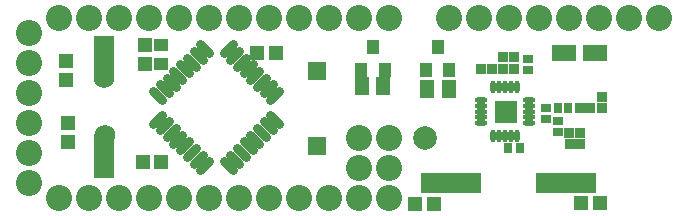
<source format=gts>
%FSTAX24Y24*%
%MOIN*%
%SFA1B1*%

%IPPOS*%
%AMD70*
4,1,4,-0.004800,0.025700,-0.025700,0.004800,0.004800,-0.025700,0.025700,-0.004800,-0.004800,0.025700,0.0*
1,1,0.029700,-0.015300,0.015300*
1,1,0.029700,0.015300,-0.015300*
%
%AMD71*
4,1,4,-0.025700,-0.004800,-0.004800,-0.025700,0.025700,0.004800,0.004800,0.025700,-0.025700,-0.004800,0.0*
1,1,0.029700,-0.015300,-0.015300*
1,1,0.029700,0.015300,0.015300*
%
%ADD61R,0.072800X0.072800*%
%ADD62R,0.045400X0.047400*%
%ADD63R,0.047400X0.045400*%
%ADD64R,0.047400X0.043400*%
%ADD65R,0.078900X0.057200*%
%ADD66R,0.030800X0.032400*%
%ADD67R,0.063100X0.061200*%
%ADD68R,0.198900X0.069000*%
%ADD69R,0.067100X0.145800*%
G04~CAMADD=70~3~0.0~0.0~297.0~730.0~0.0~0.0~0~0.0~0.0~0.0~0.0~0~0.0~0.0~0.0~0.0~0~0.0~0.0~0.0~45.0~602.0~602.0*
%ADD70D70*%
G04~CAMADD=71~3~0.0~0.0~297.0~730.0~0.0~0.0~0~0.0~0.0~0.0~0.0~0~0.0~0.0~0.0~0.0~0~0.0~0.0~0.0~135.0~602.0~602.0*
%ADD71D71*%
%ADD72R,0.032400X0.032400*%
%ADD73R,0.032400X0.032400*%
%ADD74R,0.031600X0.032400*%
%ADD75R,0.032400X0.031600*%
%ADD76O,0.017800X0.043400*%
%ADD77O,0.043400X0.017800*%
%ADD78R,0.032400X0.030800*%
%ADD79R,0.043400X0.047400*%
%ADD80R,0.045400X0.045400*%
%ADD81R,0.049300X0.063100*%
%ADD82C,0.068000*%
%ADD83C,0.078900*%
%ADD84C,0.086700*%
%LNmain-1*%
%LPD*%
G54D61*
X024636Y042126D03*
G54D62*
X027126Y039094D03*
X027756D03*
X022244Y039055D03*
X021614D03*
X016348Y044094D03*
X016978D03*
G54D63*
X00997Y043168D03*
Y043798D03*
X01002Y041745D03*
Y041115D03*
X012608Y044341D03*
Y043711D03*
G54D64*
X01315Y043711D03*
Y044341D03*
G54D65*
X027598Y044094D03*
X026575D03*
G54D66*
X024717Y040896D03*
X025087D03*
G54D67*
X018327Y040984D03*
Y043484D03*
G54D68*
X022815Y039734D03*
X026634D03*
G54D69*
X01125Y043923D03*
Y040656D03*
G54D70*
X013051Y04264D03*
X013274Y042862D03*
X013497Y043085D03*
X013719Y043308D03*
X013942Y043531D03*
X014165Y043753D03*
X014388Y043976D03*
X01461Y044199D03*
X016949Y04186D03*
X016726Y041638D03*
X016503Y041415D03*
X016281Y041192D03*
X016058Y040969D03*
X015835Y040747D03*
X015612Y040524D03*
X01539Y040301D03*
G54D71*
X01539Y044199D03*
X015612Y043976D03*
X015835Y043753D03*
X016058Y043531D03*
X016281Y043308D03*
X016503Y043085D03*
X016726Y042862D03*
X016949Y04264D03*
X01461Y040301D03*
X014388Y040524D03*
X014165Y040747D03*
X013942Y040969D03*
X013719Y041192D03*
X013497Y041415D03*
X013274Y041638D03*
X013051Y04186D03*
G54D72*
X026762Y041033D03*
X027116D03*
X026752Y041407D03*
X027106D03*
X027096Y042244D03*
X027451D03*
X024154Y043543D03*
X023799D03*
X024547D03*
X024902D03*
X024547Y043937D03*
X024902D03*
G54D73*
X027835Y042244D03*
Y042598D03*
G54D74*
X026354Y042244D03*
X026717D03*
G54D75*
X026368Y041433D03*
Y041795D03*
X025974Y041876D03*
Y042238D03*
G54D76*
X024213Y042933D03*
X024409D03*
X024606D03*
X024803D03*
X025D03*
Y041319D03*
X024803D03*
X024606D03*
X024409D03*
X024213D03*
G54D77*
X025413Y04252D03*
Y042323D03*
Y042126D03*
Y041929D03*
Y041732D03*
X023799D03*
Y041929D03*
Y042126D03*
Y042323D03*
Y04252D03*
G54D78*
X025354Y043516D03*
Y043886D03*
G54D79*
X022356Y044287D03*
X021963Y0435D03*
X02275D03*
X020197Y044291D03*
X019803Y043504D03*
X020591D03*
G54D80*
X01313Y040453D03*
X012539D03*
G54D81*
X022018Y042884D03*
X022726D03*
X019833Y042982D03*
X020541D03*
G54D82*
X01123Y043258D03*
X01127Y041348D03*
G54D83*
X021929Y04125D03*
G54D84*
X01975Y04025D03*
Y04125D03*
X02075D03*
Y04025D03*
X02475Y04525D03*
X02375D03*
X02675D03*
X02775D03*
X02875D03*
X02075D03*
X01975D03*
X01875D03*
X01775D03*
X01675D03*
X01575D03*
X01475D03*
X01375D03*
X01275D03*
X01175D03*
X01075D03*
Y03925D03*
X01175D03*
X01275D03*
X01375D03*
X01475D03*
X01575D03*
X01675D03*
X01775D03*
X01875D03*
X01975D03*
X02075D03*
X00975Y04525D03*
Y03925D03*
X00875Y04475D03*
Y04375D03*
Y04275D03*
Y04175D03*
Y04075D03*
Y03975D03*
X02275Y04525D03*
X02575D03*
X02975D03*
M02*
</source>
